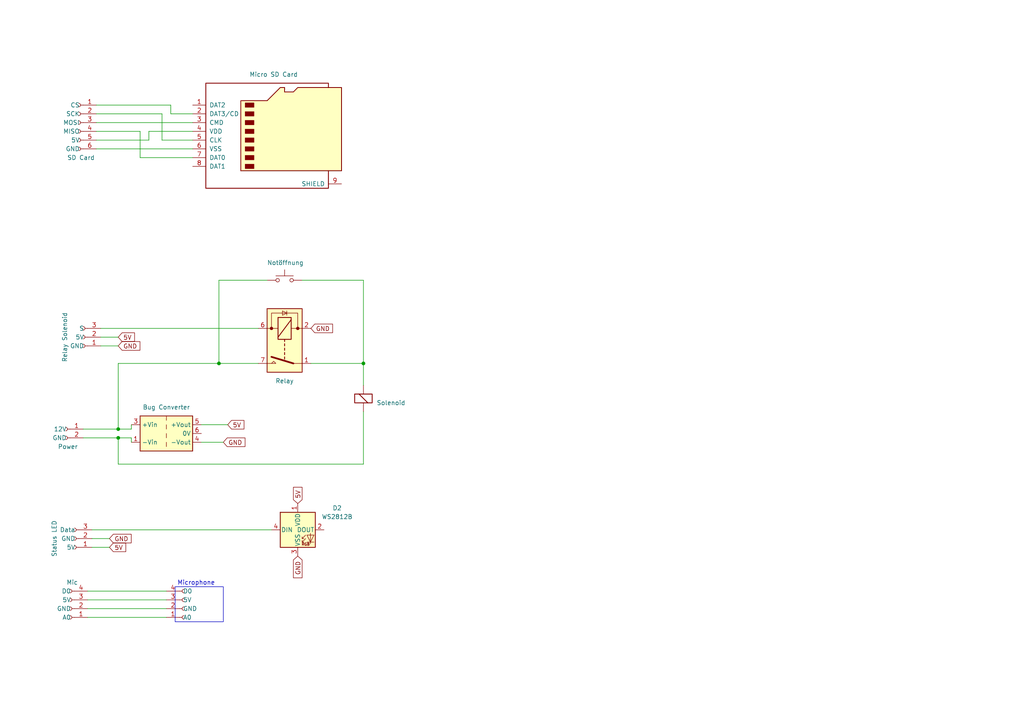
<source format=kicad_sch>
(kicad_sch (version 20231120) (generator "eeschema") (generator_version "8.0")
  (paper "A4")
  (title_block (title "Externe Komponenten") (comment 1 "diese sind später nicht fest auf dem PCB verbaut") (comment 2 "Auf diesem Schlatplan sind die externen Komponenten zu finden, "))
  (lib_symbols
    (symbol "Conn_01x03_Socket_1" (pin_names (offset 1.016))
      (property "Value" "Status LED" (at 7.366 0 90))
      (symbol "Conn_01x03_Socket_1_1_1"
        (arc (start 0 -2.032) (mid -0.5058 -2.54) (end 0 -3.048) (stroke (width 0.1524)))
        (polyline (pts (xy -1.27 -2.54) (xy -0.508 -2.54)) (stroke (width 0.1524)))
        (polyline (pts (xy -1.27 0) (xy -0.508 0)) (stroke (width 0.1524)))
        (polyline (pts (xy -1.27 2.54) (xy -0.508 2.54)) (stroke (width 0.1524)))
        (arc (start 0 0.508) (mid -0.5058 0) (end 0 -0.508) (stroke (width 0.1524)))
        (arc (start 0 3.048) (mid -0.5058 2.54) (end 0 2.032) (stroke (width 0.1524)))
        (pin passive line (at -5.08 2.54 0) (length 3.81) (name "5V") (number "1"))
        (pin passive line (at -5.08 0 0) (length 3.81) (name "GND") (number "2"))
        (pin passive line (at -5.08 -2.54 0) (length 3.81) (name "Data") (number "3"))
      )
    )
    (symbol "Connector:Conn_01x02_Socket" (pin_names (offset 1.016))
      (property "Value" "Power" (at 0.6349 1.27 90))
      (symbol "Conn_01x02_Socket_1_1"
        (arc (start 0 -2.032) (mid -0.5058 -2.54) (end 0 -3.048) (stroke (width 0.1524)))
        (polyline (pts (xy -1.27 -2.54) (xy -0.508 -2.54)) (stroke (width 0.1524)))
        (polyline (pts (xy -1.27 0) (xy -0.508 0)) (stroke (width 0.1524)))
        (arc (start 0 0.508) (mid -0.5058 0) (end 0 -0.508) (stroke (width 0.1524)))
        (pin passive line (at -5.08 0 0) (length 3.81) (name "12V") (number "1"))
        (pin passive line (at -5.08 -2.54 0) (length 3.81) (name "GND") (number "2"))
      )
    )
    (symbol "Connector:Conn_01x03_Socket" (pin_names (offset 1.016))
      (property "Value" "Relay" (at 5.588 0.254 90))
      (symbol "Conn_01x03_Socket_1_1"
        (arc (start 0 -2.032) (mid -0.5058 -2.54) (end 0 -3.048) (stroke (width 0.1524)))
        (polyline (pts (xy -1.27 -2.54) (xy -0.508 -2.54)) (stroke (width 0.1524)))
        (polyline (pts (xy -1.27 0) (xy -0.508 0)) (stroke (width 0.1524)))
        (polyline (pts (xy -1.27 2.54) (xy -0.508 2.54)) (stroke (width 0.1524)))
        (arc (start 0 0.508) (mid -0.5058 0) (end 0 -0.508) (stroke (width 0.1524)))
        (arc (start 0 3.048) (mid -0.5058 2.54) (end 0 2.032) (stroke (width 0.1524)))
        (pin passive line (at -5.08 2.54 0) (length 3.81) (name "GND") (number "1"))
        (pin passive line (at -5.08 0 0) (length 3.81) (name "5V") (number "2"))
        (pin passive line (at -5.08 -2.54 0) (length 3.81) (name "S") (number "3"))
      )
    )
    (symbol "Connector:Conn_01x04_Socket" (pin_names (offset 1.016))
      (property "Value" "Mic" (at 5.334 -1.016 90))
      (symbol "Conn_01x04_Socket_1_1"
        (arc (start 0 -4.572) (mid -0.5058 -5.08) (end 0 -5.588) (stroke (width 0.1524)))
        (arc (start 0 -2.032) (mid -0.5058 -2.54) (end 0 -3.048) (stroke (width 0.1524)))
        (polyline (pts (xy -1.27 -5.08) (xy -0.508 -5.08)) (stroke (width 0.1524)))
        (polyline (pts (xy -1.27 -2.54) (xy -0.508 -2.54)) (stroke (width 0.1524)))
        (polyline (pts (xy -1.27 0) (xy -0.508 0)) (stroke (width 0.1524)))
        (polyline (pts (xy -1.27 2.54) (xy -0.508 2.54)) (stroke (width 0.1524)))
        (arc (start 0 0.508) (mid -0.5058 0) (end 0 -0.508) (stroke (width 0.1524)))
        (arc (start 0 3.048) (mid -0.5058 2.54) (end 0 2.032) (stroke (width 0.1524)))
        (pin passive line (at -5.08 2.54 0) (length 3.81) (name "A0") (number "1"))
        (pin passive line (at -5.08 0 0) (length 3.81) (name "GND") (number "2"))
        (pin passive line (at -5.08 -2.54 0) (length 3.81) (name "5V") (number "3"))
        (pin passive line (at -5.08 -5.08 0) (length 3.81) (name "D0") (number "4"))
      )
    )
    (symbol "Connector:Conn_01x06_Socket" (pin_names (offset 1.016))
      (property "Value" "SD Card" (at 6.604 -1.016 90))
      (symbol "Conn_01x06_Socket_1_1"
        (arc (start 0 -7.112) (mid -0.5058 -7.62) (end 0 -8.128) (stroke (width 0.1524)))
        (arc (start 0 -4.572) (mid -0.5058 -5.08) (end 0 -5.588) (stroke (width 0.1524)))
        (arc (start 0 -2.032) (mid -0.5058 -2.54) (end 0 -3.048) (stroke (width 0.1524)))
        (polyline (pts (xy -1.27 -7.62) (xy -0.508 -7.62)) (stroke (width 0.1524)))
        (polyline (pts (xy -1.27 -5.08) (xy -0.508 -5.08)) (stroke (width 0.1524)))
        (polyline (pts (xy -1.27 -2.54) (xy -0.508 -2.54)) (stroke (width 0.1524)))
        (polyline (pts (xy -1.27 0) (xy -0.508 0)) (stroke (width 0.1524)))
        (polyline (pts (xy -1.27 2.54) (xy -0.508 2.54)) (stroke (width 0.1524)))
        (polyline (pts (xy -1.27 5.08) (xy -0.508 5.08)) (stroke (width 0.1524)))
        (arc (start 0 0.508) (mid -0.5058 0) (end 0 -0.508) (stroke (width 0.1524)))
        (arc (start 0 3.048) (mid -0.5058 2.54) (end 0 2.032) (stroke (width 0.1524)))
        (arc (start 0 5.588) (mid -0.5058 5.08) (end 0 4.572) (stroke (width 0.1524)))
        (pin passive line (at -5.08 5.08 0) (length 3.81) (name "CS") (number "1"))
        (pin passive line (at -5.08 2.54 0) (length 3.81) (name "SCK") (number "2"))
        (pin passive line (at -5.08 0 0) (length 3.81) (name "MOSI") (number "3"))
        (pin passive line (at -5.08 -2.54 0) (length 3.81) (name "MISO") (number "4"))
        (pin passive line (at -5.08 -5.08 0) (length 3.81) (name "5V") (number "5"))
        (pin passive line (at -5.08 -7.62 0) (length 3.81) (name "GND") (number "6"))
      )
    )
    (symbol "Connector:Micro_SD_Card" (pin_names (offset 1.016))
      (property "Reference" "J" (at -16.51 15.24 0))
      (property "Value" "Micro_SD_Card" (at 16.51 15.24 0))
      (symbol "Micro_SD_Card_0_1"
        (rectangle (start -7.62 -9.525) (end -5.08 -10.795) (fill (type outline)))
        (rectangle (start -7.62 -6.985) (end -5.08 -8.255) (fill (type outline)))
        (rectangle (start -7.62 -4.445) (end -5.08 -5.715) (fill (type outline)))
        (rectangle (start -7.62 -1.905) (end -5.08 -3.175) (fill (type outline)))
        (rectangle (start -7.62 0.635) (end -5.08 -0.635) (fill (type outline)))
        (rectangle (start -7.62 3.175) (end -5.08 1.905) (fill (type outline)))
        (rectangle (start -7.62 5.715) (end -5.08 4.445) (fill (type outline)))
        (rectangle (start -7.62 8.255) (end -5.08 6.985) (fill (type outline)))
        (polyline (pts (xy 16.51 12.7) (xy 16.51 13.97) (xy -19.05 13.97) (xy -19.05 -16.51) (xy 16.51 -16.51) (xy 16.51 -11.43)) (stroke (width 0.254)))
        (polyline (pts (xy -8.89 -11.43) (xy -8.89 8.89) (xy -1.27 8.89) (xy 2.54 12.7) (xy 3.81 12.7) (xy 3.81 11.43) (xy 6.35 11.43) (xy 7.62 12.7) (xy 20.32 12.7) (xy 20.32 -11.43) (xy -8.89 -11.43)) (stroke (width 0.254)) (fill (type background)))
      )
      (symbol "Micro_SD_Card_1_1"
        (pin bidirectional line (at -22.86 7.62 0) (length 3.81) (name "DAT2") (number "1"))
        (pin bidirectional line (at -22.86 5.08 0) (length 3.81) (name "DAT3/CD") (number "2"))
        (pin input line (at -22.86 2.54 0) (length 3.81) (name "CMD") (number "3"))
        (pin power_in line (at -22.86 0 0) (length 3.81) (name "VDD") (number "4"))
        (pin input line (at -22.86 -2.54 0) (length 3.81) (name "CLK") (number "5"))
        (pin power_in line (at -22.86 -5.08 0) (length 3.81) (name "VSS") (number "6"))
        (pin bidirectional line (at -22.86 -7.62 0) (length 3.81) (name "DAT0") (number "7"))
        (pin bidirectional line (at -22.86 -10.16 0) (length 3.81) (name "DAT1") (number "8"))
        (pin passive line (at 20.32 -15.24 180) (length 3.81) (name "SHIELD") (number "9"))
      )
    )
    (symbol "Converter_DCDC:IA0305D"
      (property "Reference" "PS" (at -7.62 6.35 0))
      (property "Value" "IA0305D" (at 1.27 6.35 0))
      (symbol "IA0305D_0_0"
        (pin power_in line (at -10.16 -2.54 0) (length 2.54) (name "-Vin") (number "1"))
        (pin power_in line (at -10.16 2.54 0) (length 2.54) (name "+Vin") (number "3"))
        (pin power_out line (at 10.16 -2.54 180) (length 2.54) (name "-Vout") (number "4"))
        (pin power_out line (at 10.16 2.54 180) (length 2.54) (name "+Vout") (number "5"))
        (pin power_out line (at 10.16 0 180) (length 2.54) (name "0V") (number "6"))
      )
      (symbol "IA0305D_0_1"
        (rectangle (start -7.62 5.08) (end 7.62 -5.08) (stroke (width 0.254)) (fill (type background)))
        (polyline (pts (xy 0 -2.54) (xy 0 -3.81)))
        (polyline (pts (xy 0 0) (xy 0 -1.27)))
        (polyline (pts (xy 0 2.54) (xy 0 1.27)))
        (polyline (pts (xy 0 5.08) (xy 0 3.81)))
      )
      (symbol "IA0305D_1_1"
        (pin no_connect line (at 0 -5.08 90) (length 2.54) hide (name "NC") (number "2"))
      )
    )
    (symbol "Device:ElectromagneticActor" (pin_numbers hide) (pin_names (offset 0.0254) hide)
      (property "Reference" "L" (at 1.27 3.81 0))
      (property "Value" "ElectromagneticActor" (at 1.27 -1.27 0))
      (symbol "ElectromagneticActor_0_1"
        (rectangle (start -2.54 2.54) (end 2.54 0) (stroke (width 0.254)))
        (polyline (pts (xy -1.27 2.54) (xy 1.27 0)) (stroke (width 0.254)))
      )
      (symbol "ElectromagneticActor_1_1"
        (pin passive line (at 0 5.08 270) (length 2.54) (name "-") (number "1"))
        (pin passive line (at 0 -2.54 90) (length 2.54) (name "+") (number "2"))
      )
    )
    (symbol "LED:WS2812B" (pin_names (offset 0.254))
      (property "Reference" "D" (at 5.08 5.715 0))
      (property "Value" "WS2812B" (at 1.27 -5.715 0))
      (symbol "WS2812B_0_0"
        (text "RGB" (at 2.286 -4.191 0) (effects (font (size 0.762 0.762))))
      )
      (symbol "WS2812B_0_1"
        (polyline (pts (xy 1.27 -3.556) (xy 1.778 -3.556)))
        (polyline (pts (xy 1.27 -2.54) (xy 1.778 -2.54)))
        (polyline (pts (xy 4.699 -3.556) (xy 2.667 -3.556)))
        (polyline (pts (xy 2.286 -2.54) (xy 1.27 -3.556) (xy 1.27 -3.048)))
        (polyline (pts (xy 2.286 -1.524) (xy 1.27 -2.54) (xy 1.27 -2.032)))
        (polyline (pts (xy 3.683 -1.016) (xy 3.683 -3.556) (xy 3.683 -4.064)))
        (polyline (pts (xy 4.699 -1.524) (xy 2.667 -1.524) (xy 3.683 -3.556) (xy 4.699 -1.524)))
        (rectangle (start 5.08 5.08) (end -5.08 -5.08) (stroke (width 0.254)) (fill (type background)))
      )
      (symbol "WS2812B_1_1"
        (pin power_in line (at 0 7.62 270) (length 2.54) (name "VDD") (number "1"))
        (pin output line (at 7.62 0 180) (length 2.54) (name "DOUT") (number "2"))
        (pin power_in line (at 0 -7.62 90) (length 2.54) (name "VSS") (number "3"))
        (pin input line (at -7.62 0 0) (length 2.54) (name "DIN") (number "4"))
      )
    )
    (symbol "Relay:DIPxx-1Axx-12xD"
      (property "Reference" "K" (at 8.89 3.81 0))
      (property "Value" "DIPxx-1Axx-12xD" (at 8.89 1.27 0))
      (symbol "DIPxx-1Axx-12xD_0_0"
        (polyline (pts (xy 5.08 5.08) (xy 5.08 2.54) (xy 4.445 3.175) (xy 5.08 3.81)))
      )
      (symbol "DIPxx-1Axx-12xD_0_1"
        (rectangle (start -10.795 5.08) (end 7.62 -5.08) (stroke (width 0.254)) (fill (type background)))
        (rectangle (start -8.255 1.905) (end -1.905 -1.905) (stroke (width 0.254)))
        (circle (center -5.08 -3.81) (radius 0.4064) (fill (type outline)))
        (circle (center -5.08 3.81) (radius 0.4064) (fill (type outline)))
        (polyline (pts (xy -10.16 -0.635) (xy -8.89 -0.635)))
        (polyline (pts (xy -7.62 -1.905) (xy -2.54 1.905)) (stroke (width 0.254)))
        (polyline (pts (xy -5.08 -5.08) (xy -5.08 -1.905)))
        (polyline (pts (xy -5.08 5.08) (xy -5.08 1.905)))
        (polyline (pts (xy -1.905 0) (xy -1.27 0)) (stroke (width 0.254)))
        (polyline (pts (xy -0.635 0) (xy 0 0)) (stroke (width 0.254)))
        (polyline (pts (xy 0.635 0) (xy 1.27 0)) (stroke (width 0.254)))
        (polyline (pts (xy 1.905 0) (xy 2.54 0)) (stroke (width 0.254)))
        (polyline (pts (xy 3.175 0) (xy 3.81 0)) (stroke (width 0.254)))
        (polyline (pts (xy 5.08 -2.54) (xy 3.175 3.81)) (stroke (width 0.508)))
        (polyline (pts (xy 5.08 -2.54) (xy 5.08 -5.08)))
        (polyline (pts (xy -9.525 -0.635) (xy -8.89 0.635) (xy -10.16 0.635) (xy -9.525 -0.635)))
        (polyline (pts (xy -5.08 -3.81) (xy -9.525 -3.81) (xy -9.525 3.81) (xy -5.08 3.81)))
      )
      (symbol "DIPxx-1Axx-12xD_1_1"
        (pin passive line (at 5.08 -7.62 90) (length 2.54) (name "~") (number "1"))
        (pin passive line (at -5.08 -7.62 90) (length 2.54) hide (name "~") (number "13"))
        (pin passive line (at 5.08 -7.62 90) (length 2.54) hide (name "~") (number "14"))
        (pin passive line (at -5.08 -7.62 90) (length 2.54) (name "~") (number "2"))
        (pin passive line (at -5.08 7.62 270) (length 2.54) (name "~") (number "6"))
        (pin passive line (at 5.08 7.62 270) (length 2.54) (name "~") (number "7"))
        (pin passive line (at 5.08 7.62 270) (length 2.54) hide (name "~") (number "8"))
      )
    )
    (symbol "Switch:SW_Push" (pin_numbers hide) (pin_names (offset 1.016) hide)
      (property "Reference" "SW" (at 1.27 2.54 0))
      (property "Value" "SW_Push" (at 0 -1.524 0))
      (symbol "SW_Push_0_1"
        (circle (center -2.032 0) (radius 0.508))
        (polyline (pts (xy 0 1.27) (xy 0 3.048)))
        (polyline (pts (xy 2.54 1.27) (xy -2.54 1.27)))
        (circle (center 2.032 0) (radius 0.508))
        (pin passive line (at -5.08 0 0) (length 2.54) (name "1") (number "1"))
        (pin passive line (at 5.08 0 180) (length 2.54) (name "2") (number "2"))
      )
    )
  )
  (junction (at 34.29 124.46))
  (junction (at 63.5 105.41))
  (junction (at 105.41 105.41))
  (junction (at 34.29 127))
  (wire (pts (xy 27.94 40.64) (xy 43.18 40.64)))
  (wire (pts (xy 46.99 33.02) (xy 27.94 33.02)))
  (wire (pts (xy 38.1 124.46) (xy 38.1 123.19)))
  (wire (pts (xy 63.5 81.28) (xy 77.47 81.28)))
  (wire (pts (xy 34.29 105.41) (xy 63.5 105.41)))
  (wire (pts (xy 105.41 119.38) (xy 105.41 134.62)))
  (wire (pts (xy 63.5 105.41) (xy 74.93 105.41)))
  (wire (pts (xy 46.99 40.64) (xy 55.88 40.64)))
  (wire (pts (xy 26.67 158.75) (xy 31.75 158.75)))
  (wire (pts (xy 25.4 173.99) (xy 48.26 173.99)))
  (wire (pts (xy 49.53 33.02) (xy 55.88 33.02)))
  (wire (pts (xy 43.18 38.1) (xy 43.18 40.64)))
  (wire (pts (xy 24.13 124.46) (xy 34.29 124.46)))
  (wire (pts (xy 34.29 124.46) (xy 38.1 124.46)))
  (wire (pts (xy 34.29 134.62) (xy 34.29 127)))
  (wire (pts (xy 90.17 105.41) (xy 105.41 105.41)))
  (wire (pts (xy 29.21 97.79) (xy 34.29 97.79)))
  (wire (pts (xy 58.42 123.19) (xy 66.04 123.19)))
  (wire (pts (xy 29.21 100.33) (xy 34.29 100.33)))
  (wire (pts (xy 55.88 45.72) (xy 40.64 45.72)))
  (wire (pts (xy 43.18 38.1) (xy 55.88 38.1)))
  (wire (pts (xy 40.64 38.1) (xy 40.64 45.72)))
  (wire (pts (xy 25.4 176.53) (xy 48.26 176.53)))
  (wire (pts (xy 25.4 171.45) (xy 48.26 171.45)))
  (wire (pts (xy 63.5 81.28) (xy 63.5 105.41)))
  (wire (pts (xy 29.21 95.25) (xy 74.93 95.25)))
  (wire (pts (xy 27.94 30.48) (xy 49.53 30.48)))
  (wire (pts (xy 105.41 81.28) (xy 105.41 105.41)))
  (wire (pts (xy 24.13 127) (xy 34.29 127)))
  (wire (pts (xy 49.53 30.48) (xy 49.53 33.02)))
  (wire (pts (xy 105.41 105.41) (xy 105.41 111.76)))
  (wire (pts (xy 27.94 43.18) (xy 55.88 43.18)))
  (wire (pts (xy 87.63 81.28) (xy 105.41 81.28)))
  (wire (pts (xy 26.67 156.21) (xy 31.75 156.21)))
  (wire (pts (xy 46.99 33.02) (xy 46.99 40.64)))
  (wire (pts (xy 27.94 38.1) (xy 40.64 38.1)))
  (wire (pts (xy 58.42 128.27) (xy 64.77 128.27)))
  (wire (pts (xy 38.1 127) (xy 38.1 128.27)))
  (wire (pts (xy 34.29 134.62) (xy 105.41 134.62)))
  (wire (pts (xy 34.29 127) (xy 38.1 127)))
  (wire (pts (xy 27.94 35.56) (xy 55.88 35.56)))
  (wire (pts (xy 34.29 124.46) (xy 34.29 105.41)))
  (wire (pts (xy 26.67 153.67) (xy 78.74 153.67)))
  (wire (pts (xy 25.4 179.07) (xy 48.26 179.07)))
  (rectangle (start 50.8 170.18) (end 64.77 180.34))
  (text "Microphone\n" (at 56.896 169.164 0) (effects (font (size 1.27 1.27))))
  (global_label "GND" (shape input) (at 86.36 161.29 270) (property "Intersheetrefs" "${INTERSHEET_REFS}" (effects (hide yes))))
  (global_label "GND" (shape input) (at 31.75 156.21 0) (property "Intersheetrefs" "${INTERSHEET_REFS}" (effects (hide yes))))
  (global_label "5V" (shape input) (at 86.36 146.05 90) (property "Intersheetrefs" "${INTERSHEET_REFS}" (effects (hide yes))))
  (global_label "GND" (shape input) (at 64.77 128.27 0) (property "Intersheetrefs" "${INTERSHEET_REFS}" (effects (hide yes))))
  (global_label "5V" (shape input) (at 34.29 97.79 0) (property "Intersheetrefs" "${INTERSHEET_REFS}" (effects (hide yes))))
  (global_label "5V" (shape input) (at 66.04 123.19 0) (property "Intersheetrefs" "${INTERSHEET_REFS}" (effects (hide yes))))
  (global_label "GND" (shape input) (at 34.29 100.33 0) (property "Intersheetrefs" "${INTERSHEET_REFS}" (effects (hide yes))))
  (global_label "5V" (shape input) (at 31.75 158.75 0) (property "Intersheetrefs" "${INTERSHEET_REFS}" (effects (hide yes))))
  (global_label "GND" (shape input) (at 90.17 95.25 0) (property "Intersheetrefs" "${INTERSHEET_REFS}" (effects (hide yes))))
  (symbol (lib_id "Connector:Conn_01x02_Socket") (at 19.05 124.46 0) (mirror y) (unit 1)
    (property "Reference" "J8" (effects (hide yes)))
    (property "Value" "Power" (at 19.685 129.54 0))
    (property "Description" "Generic connector, single row, 01x02, script generated" (effects (hide yes)))
  )
  (symbol (lib_id "Connector:Conn_01x04_Socket") (at 53.34 176.53 0) (mirror x) (unit 1)
    (property "Reference" "J11" (effects (hide yes)))
    (property "Value" "Mic" (effects (hide yes)))
    (property "Description" "Generic connector, single row, 01x04, script generated" (effects (hide yes)))
  )
  (symbol (lib_id "Connector:Conn_01x03_Socket") (at 24.13 97.79 180) (unit 1)
    (property "Reference" "J7" (effects (hide yes)))
    (property "Value" "Relay Solenoid" (at 18.796 97.79 90))
    (property "Description" "Generic connector, single row, 01x03, script generated" (effects (hide yes)))
  )
  (symbol (lib_id "Device:ElectromagneticActor") (at 105.41 116.84 0) (unit 1)
    (property "Reference" "L1" (effects (hide yes)))
    (property "Value" "Solenoid" (at 109.22 116.8399 0) (effects (justify left)))
    (property "Description" "Electromagnetic actor" (effects (hide yes)))
  )
  (symbol (lib_id "Connector:Micro_SD_Card") (at 78.74 38.1 0) (unit 1)
    (property "Reference" "J5" (effects (hide yes)))
    (property "Value" "Micro SD Card" (at 79.375 21.59 0))
    (property "Datasheet" "http://katalog.we-online.de/em/datasheet/693072010801.pdf" (effects (hide yes)))
    (property "Description" "Micro SD Card Socket" (effects (hide yes)))
  )
  (symbol (lib_id "Converter_DCDC:IA0305D") (at 48.26 125.73 0) (unit 1)
    (property "Reference" "PS1" (effects (hide yes)))
    (property "Value" "Bug Converter" (at 48.26 118.11 0))
    (property "Footprint" "Converter_DCDC:Converter_DCDC_XP_POWER-IAxxxxD_THT" (effects (hide yes)))
    (property "Datasheet" "https://www.xppower.com/pdfs/SF_IA.pdf" (effects (hide yes)))
    (property "Description" "XP Power 1W, 1000 VDC Isolated DC/DC Converter Module, Dual Output Voltage ±5V, ±100mA, 3.3V Input Voltage, DIP" (effects (hide yes)))
  )
  (symbol (lib_id "Relay:DIPxx-1Axx-12xD") (at 82.55 100.33 90) (mirror x) (unit 1)
    (property "Reference" "K1" (effects (hide yes)))
    (property "Value" "Relay" (at 82.55 110.49 90))
    (property "Footprint" "Relay_THT:Relay_StandexMeder_DIP_LowProfile" (effects (hide yes)))
    (property "Datasheet" "https://standexelectronics.com/wp-content/uploads/datasheet_reed_relay_DIP.pdf" (effects (hide yes)))
    (property "Description" "Standex Meder DIP reed relay, SPST, Closing Contact, including diode" (effects (hide yes)))
  )
  (symbol (lib_id "Connector:Conn_01x06_Socket") (at 22.86 35.56 0) (mirror y) (unit 1)
    (property "Reference" "J6" (effects (hide yes)))
    (property "Value" "SD Card" (at 23.495 45.72 0))
    (property "Description" "Generic connector, single row, 01x06, script generated" (effects (hide yes)))
  )
  (symbol (lib_id "Switch:SW_Push") (at 82.55 81.28 0) (unit 1)
    (property "Reference" "SW6" (effects (hide yes)))
    (property "Value" "Notöffnung" (at 77.47 76.2 0) (effects (justify left)))
    (property "Description" "Push button switch, generic, two pins" (effects (hide yes)))
  )
  (symbol (lib_id "LED:WS2812B") (at 86.36 153.67 0) (unit 1)
    (property "Reference" "D2" (at 97.79 147.3514 0))
    (property "Value" "WS2812B" (at 97.79 149.8914 0))
    (property "Footprint" "LED_SMD:LED_WS2812B_PLCC4_5.0x5.0mm_P3.2mm" (effects (hide yes)))
    (property "Datasheet" "https://cdn-shop.adafruit.com/datasheets/WS2812B.pdf" (effects (hide yes)))
    (property "Description" "RGB LED with integrated controller" (effects (hide yes)))
  )
  (symbol (lib_name "Conn_01x03_Socket_1") (lib_id "Connector:Conn_01x03_Socket") (at 21.59 156.21 180) (unit 1)
    (property "Reference" "J9" (effects (hide yes)))
    (property "Value" "Status LED" (at 15.748 156.21 90))
    (property "Description" "Generic connector, single row, 01x03, script generated" (effects (hide yes)))
  )
  (symbol (lib_id "Connector:Conn_01x04_Socket") (at 20.32 176.53 180) (unit 1)
    (property "Reference" "J10" (effects (hide yes)))
    (property "Value" "Mic" (at 20.955 168.91 0))
    (property "Description" "Generic connector, single row, 01x04, script generated" (effects (hide yes)))
  )
)
</source>
